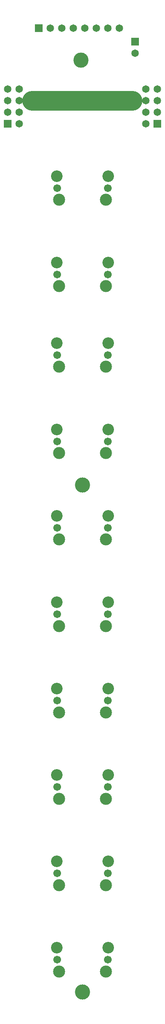
<source format=gbs>
%FSLAX25Y25*%
%MOIN*%
G70*
G01*
G75*
G04 Layer_Color=16711935*
%ADD10R,0.03543X0.02756*%
%ADD11R,0.03150X0.03150*%
%ADD12R,0.03543X0.03150*%
%ADD13R,0.02756X0.03543*%
%ADD14R,0.03543X0.03543*%
%ADD15R,0.03150X0.03543*%
%ADD16R,0.08661X0.02756*%
%ADD17R,0.01969X0.07874*%
%ADD18C,0.02500*%
%ADD19C,0.01600*%
%ADD20C,0.01800*%
%ADD21C,0.01500*%
%ADD22C,0.05906*%
%ADD23R,0.05906X0.05906*%
%ADD24C,0.12500*%
%ADD25R,0.05906X0.05906*%
%ADD26C,0.06100*%
%ADD27C,0.04000*%
%ADD28C,0.02500*%
%ADD29C,0.03500*%
%ADD30C,0.09449*%
%ADD31C,0.09843*%
%ADD32C,0.18000*%
%ADD33C,0.12000*%
%ADD34C,0.00787*%
%ADD35C,0.00800*%
%ADD36C,0.01000*%
%ADD37R,0.04143X0.03356*%
%ADD38R,0.03750X0.03750*%
%ADD39R,0.04143X0.03750*%
%ADD40R,0.03356X0.04143*%
%ADD41R,0.04143X0.04143*%
%ADD42R,0.03750X0.04143*%
%ADD43R,0.09261X0.03356*%
%ADD44R,0.02569X0.08474*%
%ADD45C,0.06506*%
%ADD46R,0.06506X0.06506*%
%ADD47C,0.13100*%
%ADD48R,0.06506X0.06506*%
%ADD49C,0.06700*%
%ADD50C,0.03100*%
%ADD51C,0.04100*%
%ADD52C,0.10049*%
%ADD53C,0.10443*%
%ADD54C,0.17000*%
D45*
X235000Y1162000D02*
D03*
X245000Y1132000D02*
D03*
Y1142000D02*
D03*
X235000D02*
D03*
X245000Y1152000D02*
D03*
X235000D02*
D03*
X245000Y1162000D02*
D03*
X355000D02*
D03*
X365000D02*
D03*
X355000Y1152000D02*
D03*
X365000D02*
D03*
X355000Y1142000D02*
D03*
X365000D02*
D03*
X355000Y1132000D02*
D03*
X345669Y1192854D02*
D03*
X272106Y1214665D02*
D03*
X282106D02*
D03*
X292106D02*
D03*
X302106D02*
D03*
X312106D02*
D03*
X322106D02*
D03*
X332106D02*
D03*
D46*
X235000Y1132000D02*
D03*
X365000D02*
D03*
X345669Y1202854D02*
D03*
D47*
X300000Y381299D02*
D03*
X300098Y819685D02*
D03*
X298622Y1186909D02*
D03*
D48*
X262106Y1214665D02*
D03*
D49*
X277953Y708068D02*
D03*
X322047D02*
D03*
Y633382D02*
D03*
X277953D02*
D03*
Y558696D02*
D03*
X322047D02*
D03*
Y484009D02*
D03*
X277953D02*
D03*
Y782755D02*
D03*
X322047D02*
D03*
Y857441D02*
D03*
X277953D02*
D03*
Y932127D02*
D03*
X322047D02*
D03*
Y1001794D02*
D03*
X277953D02*
D03*
Y1076480D02*
D03*
X322047D02*
D03*
Y409323D02*
D03*
X277953D02*
D03*
D52*
X277756Y718304D02*
D03*
X322244D02*
D03*
Y643618D02*
D03*
X277756D02*
D03*
Y568932D02*
D03*
X322244D02*
D03*
Y494245D02*
D03*
X277756D02*
D03*
Y792991D02*
D03*
X322244D02*
D03*
Y867677D02*
D03*
X277756D02*
D03*
Y942363D02*
D03*
X322244D02*
D03*
Y1012030D02*
D03*
X277756D02*
D03*
Y1086716D02*
D03*
X322244D02*
D03*
Y419559D02*
D03*
X277756D02*
D03*
D53*
X279724Y697832D02*
D03*
X320276D02*
D03*
Y623145D02*
D03*
X279724D02*
D03*
Y548459D02*
D03*
X320276D02*
D03*
Y473773D02*
D03*
X279724D02*
D03*
Y772518D02*
D03*
X320276D02*
D03*
Y847204D02*
D03*
X279724D02*
D03*
Y921891D02*
D03*
X320276D02*
D03*
Y991558D02*
D03*
X279724D02*
D03*
Y1066244D02*
D03*
X320276D02*
D03*
Y399087D02*
D03*
X279724D02*
D03*
D54*
X256102Y1152067D02*
X343406D01*
M02*

</source>
